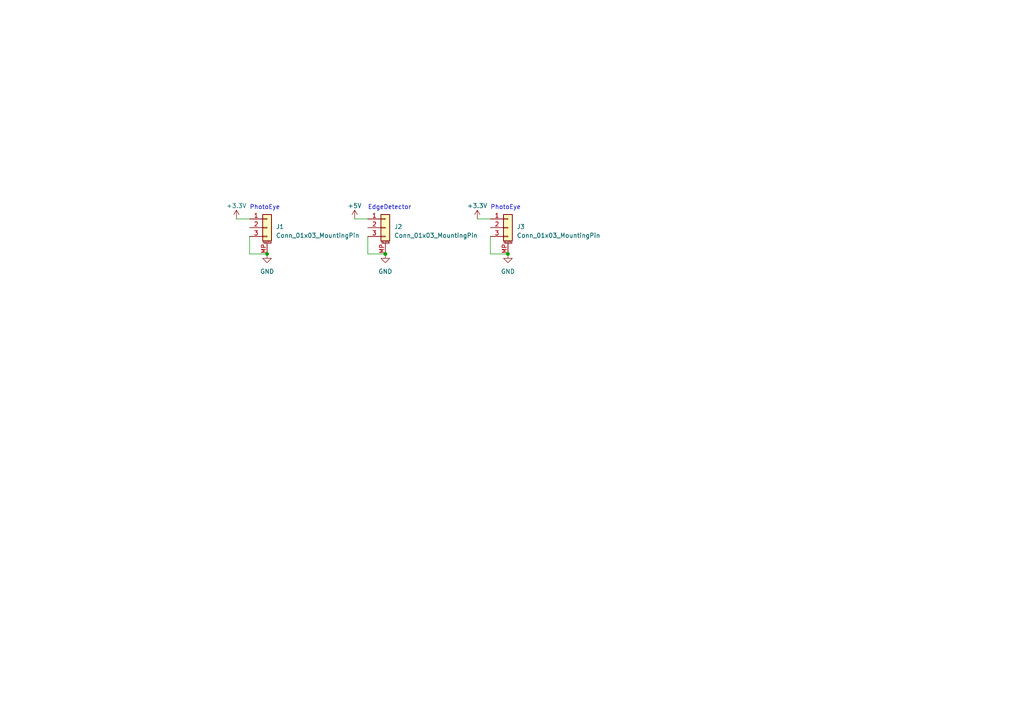
<source format=kicad_sch>
(kicad_sch (version 20230121) (generator eeschema)
  (paper "A4")
  (lib_symbols
    (symbol "Connector_Generic_MountingPin:Conn_01x03_MountingPin" (pin_names (offset 1.016) hide)
      (property "Reference" "J" (at 0 5.08 0))
      (property "Value" "Conn_01x03_MountingPin" (at 1.27 -5.08 0))
      (symbol "Conn_01x03_MountingPin_1_1"
        (rectangle (start -1.27 -2.413) (end 0 -2.667) (stroke (width 0.1524)))
        (rectangle (start -1.27 0.127) (end 0 -0.127) (stroke (width 0.1524)))
        (rectangle (start -1.27 2.667) (end 0 2.413) (stroke (width 0.1524)))
        (rectangle (start -1.27 3.81) (end 1.27 -3.81) (stroke (width 0.254)) (fill (type background)))
        (polyline (pts (xy -1.016 -4.572) (xy 1.016 -4.572)) (stroke (width 0.1524)))
        (text "Mounting" (at 0 -4.191 0) (effects (font (size 0.381 0.381))))
        (pin passive line (at -5.08 2.54 0) (length 3.81) (name "Pin_1") (number "1"))
        (pin passive line (at -5.08 0 0) (length 3.81) (name "Pin_2") (number "2"))
        (pin passive line (at -5.08 -2.54 0) (length 3.81) (name "Pin_3") (number "3"))
        (pin passive line (at 0 -7.62 90) (length 3.048) (name "MountPin") (number "MP"))
      )
    )
    (symbol "power:+3.3V" (power) (pin_names (offset 0))
      (property "Value" "+3.3V" (at 0 3.556 0))
      (symbol "+3.3V_0_1"
        (polyline (pts (xy -0.762 1.27) (xy 0 2.54)))
        (polyline (pts (xy 0 0) (xy 0 2.54)))
        (polyline (pts (xy 0 2.54) (xy 0.762 1.27)))
      )
      (symbol "+3.3V_1_1"
        (pin power_in line (at 0 0 90) (length 0) hide (name "+3.3V") (number "1"))
      )
    )
    (symbol "power:+5V" (power) (pin_names (offset 0))
      (property "Value" "+5V" (at 0 3.556 0))
      (symbol "+5V_0_1"
        (polyline (pts (xy -0.762 1.27) (xy 0 2.54)))
        (polyline (pts (xy 0 0) (xy 0 2.54)))
        (polyline (pts (xy 0 2.54) (xy 0.762 1.27)))
      )
      (symbol "+5V_1_1"
        (pin power_in line (at 0 0 90) (length 0) hide (name "+5V") (number "1"))
      )
    )
    (symbol "power:GND" (power) (pin_names (offset 0))
      (property "Value" "GND" (at 0 -3.81 0))
      (symbol "GND_0_1"
        (polyline (pts (xy 0 0) (xy 0 -1.27) (xy 1.27 -1.27) (xy 0 -2.54) (xy -1.27 -1.27) (xy 0 -1.27)))
      )
      (symbol "GND_1_1"
        (pin power_in line (at 0 0 270) (length 0) hide (name "GND") (number "1"))
      )
    )
  )
  (junction (at 147.32 73.66))
  (junction (at 77.47 73.66))
  (junction (at 111.76 73.66))
  (wire (pts (xy 142.24 68.58) (xy 142.24 73.66)))
  (wire (pts (xy 72.39 73.66) (xy 77.47 73.66)))
  (wire (pts (xy 72.39 68.58) (xy 72.39 73.66)))
  (wire (pts (xy 102.87 63.5) (xy 106.68 63.5)))
  (wire (pts (xy 68.58 63.5) (xy 72.39 63.5)))
  (wire (pts (xy 106.68 68.58) (xy 106.68 73.66)))
  (wire (pts (xy 106.68 73.66) (xy 111.76 73.66)))
  (wire (pts (xy 138.43 63.5) (xy 142.24 63.5)))
  (wire (pts (xy 142.24 73.66) (xy 147.32 73.66)))
  (text "PhotoEye\n" (at 142.24 60.96 0) (effects (font (size 1.27 1.27)) (justify left bottom)))
  (text "EdgeDetector" (at 106.68 60.96 0) (effects (font (size 1.27 1.27)) (justify left bottom)))
  (text "PhotoEye\n" (at 72.39 60.96 0) (effects (font (size 1.27 1.27)) (justify left bottom)))
  (symbol (lib_id "power:GND") (at 77.47 73.66 0) (unit 1)
    (property "Reference" "#PWR02" (effects hide))
    (property "Value" "GND" (at 77.47 78.74 0))
    (instances (project "Locust" (path "" (reference "#PWR02") (unit 1)) (path "" (reference "#PWR013") (unit 1))))
  )
  (symbol (lib_id "Connector_Generic_MountingPin:Conn_01x03_MountingPin") (at 111.76 66.04 0) (unit 1)
    (property "Reference" "J2" (at 114.3 65.7606 0) (effects (justify left)))
    (property "Value" "Conn_01x03_MountingPin" (at 114.3 68.3006 0) (effects (justify left)))
    (property "Footprint" "Connector_JST:JST_PH_S3B-PH-SM4-TB_1x03-1MP_P2.00mm_Horizontal" (effects hide))
  )
  (symbol (lib_id "power:+3.3V") (at 138.43 63.5 0) (unit 1)
    (property "Reference" "#PWR013" (effects hide))
    (property "Value" "+3.3V" (at 138.43 59.69 0))
    (instances (project "Locust" (path "" (reference "#PWR013") (unit 1)) (path "" (reference "#PWR03") (unit 1))))
  )
  (symbol (lib_id "power:GND") (at 147.32 73.66 0) (unit 1)
    (property "Reference" "#PWR03" (effects hide))
    (property "Value" "GND" (at 147.32 78.74 0))
    (instances (project "Locust" (path "" (reference "#PWR03") (unit 1)) (path "" (reference "#PWR015") (unit 1))))
  )
  (symbol (lib_id "power:+3.3V") (at 68.58 63.5 0) (unit 1)
    (property "Reference" "#PWR014" (effects hide))
    (property "Value" "+3.3V" (at 68.58 59.69 0))
    (instances (project "Locust" (path "" (reference "#PWR014") (unit 1)) (path "" (reference "#PWR01") (unit 1))))
  )
  (symbol (lib_id "power:+5V") (at 102.87 63.5 0) (unit 1)
    (property "Reference" "#PWR015" (effects hide))
    (property "Value" "+5V" (at 102.87 59.69 0))
    (instances (project "Locust" (path "" (reference "#PWR015") (unit 1)) (path "" (reference "#PWR02") (unit 1))))
  )
  (symbol (lib_id "Connector_Generic_MountingPin:Conn_01x03_MountingPin") (at 77.47 66.04 0) (unit 1)
    (property "Reference" "J1" (at 80.01 65.7606 0) (effects (justify left)))
    (property "Value" "Conn_01x03_MountingPin" (at 80.01 68.3006 0) (effects (justify left)))
    (property "Footprint" "Connector_JST:JST_PH_S3B-PH-SM4-TB_1x03-1MP_P2.00mm_Horizontal" (effects hide))
  )
  (symbol (lib_id "Connector_Generic_MountingPin:Conn_01x03_MountingPin") (at 147.32 66.04 0) (unit 1)
    (property "Reference" "J3" (at 149.86 65.7606 0) (effects (justify left)))
    (property "Value" "Conn_01x03_MountingPin" (at 149.86 68.3006 0) (effects (justify left)))
    (property "Footprint" "Connector_JST:JST_PH_S3B-PH-SM4-TB_1x03-1MP_P2.00mm_Horizontal" (effects hide))
  )
  (symbol (lib_id "power:GND") (at 111.76 73.66 0) (unit 1)
    (property "Reference" "#PWR01" (effects hide))
    (property "Value" "GND" (at 111.76 78.74 0))
    (instances (project "Locust" (path "" (reference "#PWR01") (unit 1)) (path "" (reference "#PWR014") (unit 1))))
  )
)
</source>
